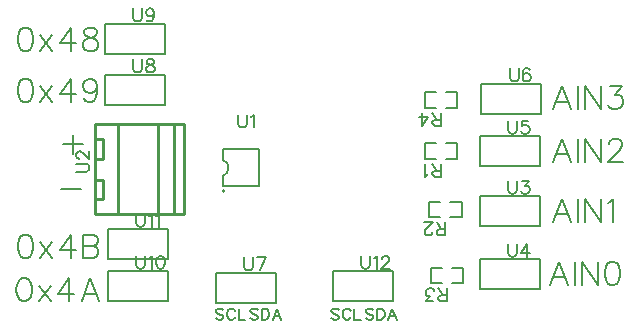
<source format=gto>
G04 Layer: TopSilkscreenLayer*
G04 EasyEDA v6.5.44, 2024-09-12 07:38:51*
G04 Gerber Generator version 0.2*
G04 Scale: 100 percent, Rotated: No, Reflected: No *
G04 Dimensions in millimeters *
G04 leading zeros omitted , absolute positions ,4 integer and 5 decimal *
%FSLAX45Y45*%
%MOMM*%

%ADD10C,0.2032*%
%ADD11C,0.1524*%
%ADD12C,0.1500*%
%ADD13C,0.2540*%
%ADD14C,0.2030*%
%ADD15C,0.2000*%
%ADD16C,0.0159*%

%LPD*%
D10*
X4645913Y9412478D02*
G01*
X4572000Y9218676D01*
X4645913Y9412478D02*
G01*
X4719827Y9218676D01*
X4599686Y9283192D02*
G01*
X4692141Y9283192D01*
X4780788Y9412478D02*
G01*
X4780788Y9218676D01*
X4841747Y9412478D02*
G01*
X4841747Y9218676D01*
X4841747Y9412478D02*
G01*
X4971034Y9218676D01*
X4971034Y9412478D02*
G01*
X4971034Y9218676D01*
X5050536Y9412478D02*
G01*
X5152136Y9412478D01*
X5096509Y9338563D01*
X5124450Y9338563D01*
X5142738Y9329420D01*
X5152136Y9320276D01*
X5161279Y9292589D01*
X5161279Y9274047D01*
X5152136Y9246362D01*
X5133593Y9227820D01*
X5105908Y9218676D01*
X5078222Y9218676D01*
X5050536Y9227820D01*
X5041138Y9236963D01*
X5031993Y9255505D01*
X4645913Y8967978D02*
G01*
X4572000Y8774176D01*
X4645913Y8967978D02*
G01*
X4719827Y8774176D01*
X4599686Y8838692D02*
G01*
X4692141Y8838692D01*
X4780788Y8967978D02*
G01*
X4780788Y8774176D01*
X4841747Y8967978D02*
G01*
X4841747Y8774176D01*
X4841747Y8967978D02*
G01*
X4971034Y8774176D01*
X4971034Y8967978D02*
G01*
X4971034Y8774176D01*
X5041138Y8921750D02*
G01*
X5041138Y8931147D01*
X5050536Y8949689D01*
X5059679Y8958834D01*
X5078222Y8967978D01*
X5115052Y8967978D01*
X5133593Y8958834D01*
X5142738Y8949689D01*
X5152136Y8931147D01*
X5152136Y8912605D01*
X5142738Y8894063D01*
X5124450Y8866378D01*
X5031993Y8774176D01*
X5161279Y8774176D01*
X4645913Y8459978D02*
G01*
X4572000Y8266176D01*
X4645913Y8459978D02*
G01*
X4719827Y8266176D01*
X4599686Y8330692D02*
G01*
X4692141Y8330692D01*
X4780788Y8459978D02*
G01*
X4780788Y8266176D01*
X4841747Y8459978D02*
G01*
X4841747Y8266176D01*
X4841747Y8459978D02*
G01*
X4971034Y8266176D01*
X4971034Y8459978D02*
G01*
X4971034Y8266176D01*
X5031993Y8423147D02*
G01*
X5050536Y8432292D01*
X5078222Y8459978D01*
X5078222Y8266176D01*
X4620513Y7926578D02*
G01*
X4546600Y7732776D01*
X4620513Y7926578D02*
G01*
X4694427Y7732776D01*
X4574286Y7797292D02*
G01*
X4666741Y7797292D01*
X4755388Y7926578D02*
G01*
X4755388Y7732776D01*
X4816347Y7926578D02*
G01*
X4816347Y7732776D01*
X4816347Y7926578D02*
G01*
X4945634Y7732776D01*
X4945634Y7926578D02*
G01*
X4945634Y7732776D01*
X5061965Y7926578D02*
G01*
X5034279Y7917434D01*
X5015738Y7889747D01*
X5006593Y7843520D01*
X5006593Y7815834D01*
X5015738Y7769605D01*
X5034279Y7741920D01*
X5061965Y7732776D01*
X5080508Y7732776D01*
X5108193Y7741920D01*
X5126736Y7769605D01*
X5135879Y7815834D01*
X5135879Y7843520D01*
X5126736Y7889747D01*
X5108193Y7917434D01*
X5080508Y7926578D01*
X5061965Y7926578D01*
X3048254Y7516876D02*
G01*
X3039109Y7525765D01*
X3025393Y7530337D01*
X3007106Y7530337D01*
X2993643Y7525765D01*
X2984500Y7516876D01*
X2984500Y7507731D01*
X2989072Y7498587D01*
X2993643Y7494015D01*
X3002788Y7489444D01*
X3029965Y7480300D01*
X3039109Y7475981D01*
X3043681Y7471410D01*
X3048254Y7462265D01*
X3048254Y7448550D01*
X3039109Y7439405D01*
X3025393Y7434834D01*
X3007106Y7434834D01*
X2993643Y7439405D01*
X2984500Y7448550D01*
X3078225Y7530337D02*
G01*
X3078225Y7434834D01*
X3078225Y7530337D02*
G01*
X3109975Y7530337D01*
X3123691Y7525765D01*
X3132581Y7516876D01*
X3137154Y7507731D01*
X3141725Y7494015D01*
X3141725Y7471410D01*
X3137154Y7457694D01*
X3132581Y7448550D01*
X3123691Y7439405D01*
X3109975Y7434834D01*
X3078225Y7434834D01*
X3208020Y7530337D02*
G01*
X3171697Y7434834D01*
X3208020Y7530337D02*
G01*
X3244595Y7434834D01*
X3185413Y7466837D02*
G01*
X3230879Y7466837D01*
X93471Y9907778D02*
G01*
X65786Y9898634D01*
X47244Y9870947D01*
X38100Y9824720D01*
X38100Y9797034D01*
X47244Y9750805D01*
X65786Y9723120D01*
X93471Y9713976D01*
X112013Y9713976D01*
X139700Y9723120D01*
X158242Y9750805D01*
X167386Y9797034D01*
X167386Y9824720D01*
X158242Y9870947D01*
X139700Y9898634D01*
X112013Y9907778D01*
X93471Y9907778D01*
X228345Y9843262D02*
G01*
X329945Y9713976D01*
X329945Y9843262D02*
G01*
X228345Y9713976D01*
X483362Y9907778D02*
G01*
X390905Y9778492D01*
X529589Y9778492D01*
X483362Y9907778D02*
G01*
X483362Y9713976D01*
X636523Y9907778D02*
G01*
X608837Y9898634D01*
X599694Y9880092D01*
X599694Y9861550D01*
X608837Y9843262D01*
X627379Y9833863D01*
X664210Y9824720D01*
X692150Y9815576D01*
X710437Y9797034D01*
X719836Y9778492D01*
X719836Y9750805D01*
X710437Y9732263D01*
X701294Y9723120D01*
X673607Y9713976D01*
X636523Y9713976D01*
X608837Y9723120D01*
X599694Y9732263D01*
X590550Y9750805D01*
X590550Y9778492D01*
X599694Y9797034D01*
X618236Y9815576D01*
X645921Y9824720D01*
X682752Y9833863D01*
X701294Y9843262D01*
X710437Y9861550D01*
X710437Y9880092D01*
X701294Y9898634D01*
X673607Y9907778D01*
X636523Y9907778D01*
X93471Y9475978D02*
G01*
X65786Y9466834D01*
X47244Y9439147D01*
X38100Y9392920D01*
X38100Y9365234D01*
X47244Y9319005D01*
X65786Y9291320D01*
X93471Y9282176D01*
X112013Y9282176D01*
X139700Y9291320D01*
X158242Y9319005D01*
X167386Y9365234D01*
X167386Y9392920D01*
X158242Y9439147D01*
X139700Y9466834D01*
X112013Y9475978D01*
X93471Y9475978D01*
X228345Y9411462D02*
G01*
X329945Y9282176D01*
X329945Y9411462D02*
G01*
X228345Y9282176D01*
X483362Y9475978D02*
G01*
X390905Y9346692D01*
X529589Y9346692D01*
X483362Y9475978D02*
G01*
X483362Y9282176D01*
X710437Y9411462D02*
G01*
X701294Y9383776D01*
X682752Y9365234D01*
X655065Y9356089D01*
X645921Y9356089D01*
X618236Y9365234D01*
X599694Y9383776D01*
X590550Y9411462D01*
X590550Y9420605D01*
X599694Y9448292D01*
X618236Y9466834D01*
X645921Y9475978D01*
X655065Y9475978D01*
X682752Y9466834D01*
X701294Y9448292D01*
X710437Y9411462D01*
X710437Y9365234D01*
X701294Y9319005D01*
X682752Y9291320D01*
X655065Y9282176D01*
X636523Y9282176D01*
X608837Y9291320D01*
X599694Y9309862D01*
X93471Y8155178D02*
G01*
X65786Y8146034D01*
X47244Y8118347D01*
X38100Y8072120D01*
X38100Y8044434D01*
X47244Y7998205D01*
X65786Y7970520D01*
X93471Y7961376D01*
X112013Y7961376D01*
X139700Y7970520D01*
X158242Y7998205D01*
X167386Y8044434D01*
X167386Y8072120D01*
X158242Y8118347D01*
X139700Y8146034D01*
X112013Y8155178D01*
X93471Y8155178D01*
X228345Y8090662D02*
G01*
X329945Y7961376D01*
X329945Y8090662D02*
G01*
X228345Y7961376D01*
X483362Y8155178D02*
G01*
X390905Y8025892D01*
X529589Y8025892D01*
X483362Y8155178D02*
G01*
X483362Y7961376D01*
X590550Y8155178D02*
G01*
X590550Y7961376D01*
X590550Y8155178D02*
G01*
X673607Y8155178D01*
X701294Y8146034D01*
X710437Y8136889D01*
X719836Y8118347D01*
X719836Y8099805D01*
X710437Y8081263D01*
X701294Y8072120D01*
X673607Y8062976D01*
X590550Y8062976D02*
G01*
X673607Y8062976D01*
X701294Y8053578D01*
X710437Y8044434D01*
X719836Y8025892D01*
X719836Y7998205D01*
X710437Y7979663D01*
X701294Y7970520D01*
X673607Y7961376D01*
X590550Y7961376D01*
X80771Y7786878D02*
G01*
X53086Y7777734D01*
X34544Y7750047D01*
X25400Y7703820D01*
X25400Y7676134D01*
X34544Y7629905D01*
X53086Y7602220D01*
X80771Y7593076D01*
X99313Y7593076D01*
X127000Y7602220D01*
X145542Y7629905D01*
X154686Y7676134D01*
X154686Y7703820D01*
X145542Y7750047D01*
X127000Y7777734D01*
X99313Y7786878D01*
X80771Y7786878D01*
X215645Y7722362D02*
G01*
X317245Y7593076D01*
X317245Y7722362D02*
G01*
X215645Y7593076D01*
X470662Y7786878D02*
G01*
X378205Y7657592D01*
X516889Y7657592D01*
X470662Y7786878D02*
G01*
X470662Y7593076D01*
X651510Y7786878D02*
G01*
X577850Y7593076D01*
X651510Y7786878D02*
G01*
X725423Y7593076D01*
X605536Y7657592D02*
G01*
X697737Y7657592D01*
X406400Y8539734D02*
G01*
X572770Y8539734D01*
X502157Y9003792D02*
G01*
X502157Y8837676D01*
X419100Y8920734D02*
G01*
X585470Y8920734D01*
X2756154Y7516876D02*
G01*
X2747009Y7525765D01*
X2733293Y7530337D01*
X2715006Y7530337D01*
X2701543Y7525765D01*
X2692400Y7516876D01*
X2692400Y7507731D01*
X2696972Y7498587D01*
X2701543Y7494015D01*
X2710688Y7489444D01*
X2737865Y7480300D01*
X2747009Y7475981D01*
X2751581Y7471410D01*
X2756154Y7462265D01*
X2756154Y7448550D01*
X2747009Y7439405D01*
X2733293Y7434834D01*
X2715006Y7434834D01*
X2701543Y7439405D01*
X2692400Y7448550D01*
X2854197Y7507731D02*
G01*
X2849625Y7516876D01*
X2840481Y7525765D01*
X2831591Y7530337D01*
X2813304Y7530337D01*
X2804159Y7525765D01*
X2795015Y7516876D01*
X2790697Y7507731D01*
X2786125Y7494015D01*
X2786125Y7471410D01*
X2790697Y7457694D01*
X2795015Y7448550D01*
X2804159Y7439405D01*
X2813304Y7434834D01*
X2831591Y7434834D01*
X2840481Y7439405D01*
X2849625Y7448550D01*
X2854197Y7457694D01*
X2884170Y7530337D02*
G01*
X2884170Y7434834D01*
X2884170Y7434834D02*
G01*
X2938779Y7434834D01*
X1778254Y7516876D02*
G01*
X1769110Y7525765D01*
X1755394Y7530337D01*
X1737105Y7530337D01*
X1723644Y7525765D01*
X1714500Y7516876D01*
X1714500Y7507731D01*
X1719071Y7498587D01*
X1723644Y7494015D01*
X1732787Y7489444D01*
X1759965Y7480300D01*
X1769110Y7475981D01*
X1773681Y7471410D01*
X1778254Y7462265D01*
X1778254Y7448550D01*
X1769110Y7439405D01*
X1755394Y7434834D01*
X1737105Y7434834D01*
X1723644Y7439405D01*
X1714500Y7448550D01*
X1876297Y7507731D02*
G01*
X1871726Y7516876D01*
X1862581Y7525765D01*
X1853692Y7530337D01*
X1835404Y7530337D01*
X1826260Y7525765D01*
X1817115Y7516876D01*
X1812797Y7507731D01*
X1808226Y7494015D01*
X1808226Y7471410D01*
X1812797Y7457694D01*
X1817115Y7448550D01*
X1826260Y7439405D01*
X1835404Y7434834D01*
X1853692Y7434834D01*
X1862581Y7439405D01*
X1871726Y7448550D01*
X1876297Y7457694D01*
X1906270Y7530337D02*
G01*
X1906270Y7434834D01*
X1906270Y7434834D02*
G01*
X1960879Y7434834D01*
X2070354Y7516876D02*
G01*
X2061209Y7525765D01*
X2047493Y7530337D01*
X2029206Y7530337D01*
X2015743Y7525765D01*
X2006600Y7516876D01*
X2006600Y7507731D01*
X2011172Y7498587D01*
X2015743Y7494015D01*
X2024888Y7489444D01*
X2052065Y7480300D01*
X2061209Y7475981D01*
X2065781Y7471410D01*
X2070354Y7462265D01*
X2070354Y7448550D01*
X2061209Y7439405D01*
X2047493Y7434834D01*
X2029206Y7434834D01*
X2015743Y7439405D01*
X2006600Y7448550D01*
X2100325Y7530337D02*
G01*
X2100325Y7434834D01*
X2100325Y7530337D02*
G01*
X2132075Y7530337D01*
X2145791Y7525765D01*
X2154681Y7516876D01*
X2159254Y7507731D01*
X2163825Y7494015D01*
X2163825Y7471410D01*
X2159254Y7457694D01*
X2154681Y7448550D01*
X2145791Y7439405D01*
X2132075Y7434834D01*
X2100325Y7434834D01*
X2230120Y7530337D02*
G01*
X2193797Y7434834D01*
X2230120Y7530337D02*
G01*
X2266695Y7434834D01*
X2207513Y7466837D02*
G01*
X2252979Y7466837D01*
D11*
X3619500Y8647684D02*
G01*
X3619500Y8756650D01*
X3619500Y8647684D02*
G01*
X3572763Y8647684D01*
X3557270Y8652763D01*
X3551936Y8658097D01*
X3546856Y8668512D01*
X3546856Y8678926D01*
X3551936Y8689339D01*
X3557270Y8694420D01*
X3572763Y8699500D01*
X3619500Y8699500D01*
X3583177Y8699500D02*
G01*
X3546856Y8756650D01*
X3512565Y8668512D02*
G01*
X3502152Y8663178D01*
X3486404Y8647684D01*
X3486404Y8756650D01*
X3657600Y8152384D02*
G01*
X3657600Y8261350D01*
X3657600Y8152384D02*
G01*
X3610863Y8152384D01*
X3595370Y8157463D01*
X3590036Y8162797D01*
X3584956Y8173212D01*
X3584956Y8183626D01*
X3590036Y8194039D01*
X3595370Y8199120D01*
X3610863Y8204200D01*
X3657600Y8204200D01*
X3621277Y8204200D02*
G01*
X3584956Y8261350D01*
X3545331Y8178292D02*
G01*
X3545331Y8173212D01*
X3540252Y8162797D01*
X3534918Y8157463D01*
X3524504Y8152384D01*
X3503929Y8152384D01*
X3493515Y8157463D01*
X3488181Y8162797D01*
X3483102Y8173212D01*
X3483102Y8183626D01*
X3488181Y8194039D01*
X3498595Y8209534D01*
X3550665Y8261350D01*
X3477768Y8261350D01*
X3670300Y7593584D02*
G01*
X3670300Y7702550D01*
X3670300Y7593584D02*
G01*
X3623563Y7593584D01*
X3608070Y7598663D01*
X3602736Y7603997D01*
X3597656Y7614412D01*
X3597656Y7624826D01*
X3602736Y7635239D01*
X3608070Y7640320D01*
X3623563Y7645400D01*
X3670300Y7645400D01*
X3633977Y7645400D02*
G01*
X3597656Y7702550D01*
X3552952Y7593584D02*
G01*
X3495802Y7593584D01*
X3526790Y7635239D01*
X3511295Y7635239D01*
X3500881Y7640320D01*
X3495802Y7645400D01*
X3490468Y7661147D01*
X3490468Y7671562D01*
X3495802Y7687055D01*
X3506215Y7697470D01*
X3521709Y7702550D01*
X3537204Y7702550D01*
X3552952Y7697470D01*
X3558031Y7692389D01*
X3563365Y7681976D01*
X3619500Y9079484D02*
G01*
X3619500Y9188450D01*
X3619500Y9079484D02*
G01*
X3572763Y9079484D01*
X3557270Y9084563D01*
X3551936Y9089897D01*
X3546856Y9100312D01*
X3546856Y9110726D01*
X3551936Y9121139D01*
X3557270Y9126220D01*
X3572763Y9131300D01*
X3619500Y9131300D01*
X3583177Y9131300D02*
G01*
X3546856Y9188450D01*
X3460495Y9079484D02*
G01*
X3512565Y9152128D01*
X3434588Y9152128D01*
X3460495Y9079484D02*
G01*
X3460495Y9188450D01*
X1904758Y9173667D02*
G01*
X1904758Y9095689D01*
X1909838Y9080195D01*
X1920252Y9069781D01*
X1936000Y9064701D01*
X1946414Y9064701D01*
X1961908Y9069781D01*
X1972322Y9080195D01*
X1977402Y9095689D01*
X1977402Y9173667D01*
X2011692Y9152839D02*
G01*
X2022106Y9158173D01*
X2037854Y9173667D01*
X2037854Y9064701D01*
X532384Y8686800D02*
G01*
X610362Y8686800D01*
X625855Y8691879D01*
X636270Y8702294D01*
X641350Y8718042D01*
X641350Y8728455D01*
X636270Y8743950D01*
X625855Y8754363D01*
X610362Y8759444D01*
X532384Y8759444D01*
X558292Y8799068D02*
G01*
X553212Y8799068D01*
X542797Y8804147D01*
X537463Y8809481D01*
X532384Y8819895D01*
X532384Y8840470D01*
X537463Y8850884D01*
X542797Y8856218D01*
X553212Y8861297D01*
X563626Y8861297D01*
X574039Y8856218D01*
X589534Y8845804D01*
X641350Y8793734D01*
X641350Y8866631D01*
X4191000Y8611615D02*
G01*
X4191000Y8533637D01*
X4196079Y8518144D01*
X4206493Y8507729D01*
X4222241Y8502650D01*
X4232656Y8502650D01*
X4248150Y8507729D01*
X4258563Y8518144D01*
X4263643Y8533637D01*
X4263643Y8611615D01*
X4308347Y8611615D02*
G01*
X4365497Y8611615D01*
X4334509Y8569960D01*
X4350004Y8569960D01*
X4360418Y8564879D01*
X4365497Y8559800D01*
X4370831Y8544052D01*
X4370831Y8533637D01*
X4365497Y8518144D01*
X4355084Y8507729D01*
X4339590Y8502650D01*
X4324095Y8502650D01*
X4308347Y8507729D01*
X4303268Y8512810D01*
X4297934Y8523224D01*
X4191000Y8078215D02*
G01*
X4191000Y8000237D01*
X4196079Y7984744D01*
X4206493Y7974329D01*
X4222241Y7969250D01*
X4232656Y7969250D01*
X4248150Y7974329D01*
X4258563Y7984744D01*
X4263643Y8000237D01*
X4263643Y8078215D01*
X4350004Y8078215D02*
G01*
X4297934Y8005571D01*
X4375911Y8005571D01*
X4350004Y8078215D02*
G01*
X4350004Y7969250D01*
X4191000Y9119615D02*
G01*
X4191000Y9041637D01*
X4196079Y9026144D01*
X4206493Y9015729D01*
X4222241Y9010650D01*
X4232656Y9010650D01*
X4248150Y9015729D01*
X4258563Y9026144D01*
X4263643Y9041637D01*
X4263643Y9119615D01*
X4360418Y9119615D02*
G01*
X4308347Y9119615D01*
X4303268Y9072879D01*
X4308347Y9077960D01*
X4324095Y9083294D01*
X4339590Y9083294D01*
X4355084Y9077960D01*
X4365497Y9067800D01*
X4370831Y9052052D01*
X4370831Y9041637D01*
X4365497Y9026144D01*
X4355084Y9015729D01*
X4339590Y9010650D01*
X4324095Y9010650D01*
X4308347Y9015729D01*
X4303268Y9020810D01*
X4297934Y9031224D01*
X4203700Y9564115D02*
G01*
X4203700Y9486137D01*
X4208779Y9470644D01*
X4219193Y9460229D01*
X4234941Y9455150D01*
X4245356Y9455150D01*
X4260850Y9460229D01*
X4271263Y9470644D01*
X4276343Y9486137D01*
X4276343Y9564115D01*
X4373118Y9548621D02*
G01*
X4367784Y9559036D01*
X4352290Y9564115D01*
X4341875Y9564115D01*
X4326381Y9559036D01*
X4315968Y9543287D01*
X4310634Y9517379D01*
X4310634Y9491471D01*
X4315968Y9470644D01*
X4326381Y9460229D01*
X4341875Y9455150D01*
X4347209Y9455150D01*
X4362704Y9460229D01*
X4373118Y9470644D01*
X4378197Y9486137D01*
X4378197Y9491471D01*
X4373118Y9506965D01*
X4362704Y9517379D01*
X4347209Y9522460D01*
X4341875Y9522460D01*
X4326381Y9517379D01*
X4315968Y9506965D01*
X4310634Y9491471D01*
X1955800Y7963915D02*
G01*
X1955800Y7885937D01*
X1960879Y7870444D01*
X1971293Y7860029D01*
X1987041Y7854950D01*
X1997456Y7854950D01*
X2012950Y7860029D01*
X2023363Y7870444D01*
X2028443Y7885937D01*
X2028443Y7963915D01*
X2135631Y7963915D02*
G01*
X2083561Y7854950D01*
X2062734Y7963915D02*
G01*
X2135631Y7963915D01*
X1016000Y9640315D02*
G01*
X1016000Y9562337D01*
X1021079Y9546844D01*
X1031494Y9536429D01*
X1047242Y9531350D01*
X1057655Y9531350D01*
X1073150Y9536429D01*
X1083563Y9546844D01*
X1088644Y9562337D01*
X1088644Y9640315D01*
X1149095Y9640315D02*
G01*
X1133347Y9635236D01*
X1128268Y9624821D01*
X1128268Y9614408D01*
X1133347Y9603994D01*
X1143762Y9598660D01*
X1164589Y9593579D01*
X1180084Y9588500D01*
X1190497Y9578086D01*
X1195831Y9567671D01*
X1195831Y9551924D01*
X1190497Y9541510D01*
X1185418Y9536429D01*
X1169670Y9531350D01*
X1149095Y9531350D01*
X1133347Y9536429D01*
X1128268Y9541510D01*
X1122934Y9551924D01*
X1122934Y9567671D01*
X1128268Y9578086D01*
X1138681Y9588500D01*
X1154176Y9593579D01*
X1175004Y9598660D01*
X1185418Y9603994D01*
X1190497Y9614408D01*
X1190497Y9624821D01*
X1185418Y9635236D01*
X1169670Y9640315D01*
X1149095Y9640315D01*
X1016000Y10072115D02*
G01*
X1016000Y9994137D01*
X1021079Y9978644D01*
X1031494Y9968229D01*
X1047242Y9963150D01*
X1057655Y9963150D01*
X1073150Y9968229D01*
X1083563Y9978644D01*
X1088644Y9994137D01*
X1088644Y10072115D01*
X1190497Y10035794D02*
G01*
X1185418Y10020300D01*
X1175004Y10009886D01*
X1159510Y10004552D01*
X1154176Y10004552D01*
X1138681Y10009886D01*
X1128268Y10020300D01*
X1122934Y10035794D01*
X1122934Y10040874D01*
X1128268Y10056621D01*
X1138681Y10067036D01*
X1154176Y10072115D01*
X1159510Y10072115D01*
X1175004Y10067036D01*
X1185418Y10056621D01*
X1190497Y10035794D01*
X1190497Y10009886D01*
X1185418Y9983724D01*
X1175004Y9968229D01*
X1159510Y9963150D01*
X1149095Y9963150D01*
X1133347Y9968229D01*
X1128268Y9978644D01*
X1041400Y7976615D02*
G01*
X1041400Y7898637D01*
X1046479Y7883144D01*
X1056894Y7872729D01*
X1072642Y7867650D01*
X1083055Y7867650D01*
X1098550Y7872729D01*
X1108963Y7883144D01*
X1114044Y7898637D01*
X1114044Y7976615D01*
X1148334Y7955787D02*
G01*
X1158747Y7961121D01*
X1174495Y7976615D01*
X1174495Y7867650D01*
X1239773Y7976615D02*
G01*
X1224279Y7971536D01*
X1213865Y7955787D01*
X1208786Y7929879D01*
X1208786Y7914386D01*
X1213865Y7888223D01*
X1224279Y7872729D01*
X1239773Y7867650D01*
X1250187Y7867650D01*
X1265936Y7872729D01*
X1276350Y7888223D01*
X1281429Y7914386D01*
X1281429Y7929879D01*
X1276350Y7955787D01*
X1265936Y7971536D01*
X1250187Y7976615D01*
X1239773Y7976615D01*
X1041400Y8332215D02*
G01*
X1041400Y8254237D01*
X1046479Y8238744D01*
X1056894Y8228329D01*
X1072642Y8223250D01*
X1083055Y8223250D01*
X1098550Y8228329D01*
X1108963Y8238744D01*
X1114044Y8254237D01*
X1114044Y8332215D01*
X1148334Y8311387D02*
G01*
X1158747Y8316721D01*
X1174495Y8332215D01*
X1174495Y8223250D01*
X1208786Y8311387D02*
G01*
X1219200Y8316721D01*
X1234694Y8332215D01*
X1234694Y8223250D01*
X2946400Y7976615D02*
G01*
X2946400Y7898637D01*
X2951479Y7883144D01*
X2961893Y7872729D01*
X2977641Y7867650D01*
X2988056Y7867650D01*
X3003550Y7872729D01*
X3013963Y7883144D01*
X3019043Y7898637D01*
X3019043Y7976615D01*
X3053334Y7955787D02*
G01*
X3063747Y7961121D01*
X3079495Y7976615D01*
X3079495Y7867650D01*
X3118865Y7950708D02*
G01*
X3118865Y7955787D01*
X3124200Y7966202D01*
X3129279Y7971536D01*
X3139693Y7976615D01*
X3160522Y7976615D01*
X3170936Y7971536D01*
X3176015Y7966202D01*
X3181350Y7955787D01*
X3181350Y7945373D01*
X3176015Y7934960D01*
X3165602Y7919465D01*
X3113786Y7867650D01*
X3186429Y7867650D01*
X3576878Y8930660D02*
G01*
X3480991Y8930660D01*
X3480991Y8798539D01*
X3576878Y8798539D01*
X3662121Y8930660D02*
G01*
X3758008Y8930660D01*
X3758008Y8798539D01*
X3662121Y8798539D01*
X3614978Y8435360D02*
G01*
X3519091Y8435360D01*
X3519091Y8303239D01*
X3614978Y8303239D01*
X3700221Y8435360D02*
G01*
X3796108Y8435360D01*
X3796108Y8303239D01*
X3700221Y8303239D01*
X3627678Y7876560D02*
G01*
X3531791Y7876560D01*
X3531791Y7744439D01*
X3627678Y7744439D01*
X3712921Y7876560D02*
G01*
X3808808Y7876560D01*
X3808808Y7744439D01*
X3712921Y7744439D01*
X3576878Y9362460D02*
G01*
X3480991Y9362460D01*
X3480991Y9230339D01*
X3576878Y9230339D01*
X3662121Y9362460D02*
G01*
X3758008Y9362460D01*
X3758008Y9230339D01*
X3662121Y9230339D01*
D12*
X1772551Y8878552D02*
G01*
X2082558Y8878552D01*
X2082558Y8568545D02*
G01*
X2082558Y8878552D01*
X1772551Y8568672D02*
G01*
X2082558Y8568672D01*
X1770138Y8878552D02*
G01*
X1770138Y8794732D01*
X1770138Y8652492D02*
G01*
X1770138Y8568672D01*
D13*
X1444096Y9093200D02*
G01*
X694098Y9093200D01*
X1444096Y8331200D02*
G01*
X694098Y8331200D01*
X1444096Y9093200D02*
G01*
X1444096Y8331200D01*
X694098Y9093200D02*
G01*
X694098Y8331200D01*
X694098Y8460592D02*
G01*
X762000Y8460592D01*
X762000Y8623300D01*
X694098Y8623300D01*
X694098Y8801140D02*
G01*
X762000Y8801140D01*
X762000Y8966200D01*
X694098Y8966200D01*
X888946Y8331200D02*
G01*
X888946Y9093200D01*
X1228217Y8331200D02*
G01*
X1228217Y9093200D01*
X1358900Y8343900D02*
G01*
X1358900Y9093200D01*
D10*
X4457700Y8483600D02*
G01*
X4457700Y8229600D01*
X3949700Y8229600D01*
X3949700Y8483600D01*
X4140200Y8483600D01*
D14*
X4457700Y8483600D02*
G01*
X4140200Y8483600D01*
D10*
X4457700Y7950200D02*
G01*
X4457700Y7696200D01*
X3949700Y7696200D01*
X3949700Y7950200D01*
X4140200Y7950200D01*
D14*
X4457700Y7950200D02*
G01*
X4140200Y7950200D01*
D10*
X4457700Y8991600D02*
G01*
X4457700Y8737600D01*
X3949700Y8737600D01*
X3949700Y8991600D01*
X4140200Y8991600D01*
D14*
X4457700Y8991600D02*
G01*
X4140200Y8991600D01*
D10*
X4470400Y9436100D02*
G01*
X4470400Y9182100D01*
X3962400Y9182100D01*
X3962400Y9436100D01*
X4152900Y9436100D01*
D14*
X4470400Y9436100D02*
G01*
X4152900Y9436100D01*
D10*
X2222500Y7835900D02*
G01*
X2222500Y7581900D01*
X1714500Y7581900D01*
X1714500Y7835900D01*
X1905000Y7835900D01*
D14*
X2222500Y7835900D02*
G01*
X1905000Y7835900D01*
D10*
X1282700Y9512300D02*
G01*
X1282700Y9258300D01*
X774700Y9258300D01*
X774700Y9512300D01*
X965200Y9512300D01*
D14*
X1282700Y9512300D02*
G01*
X965200Y9512300D01*
D10*
X1282700Y9944100D02*
G01*
X1282700Y9690100D01*
X774700Y9690100D01*
X774700Y9944100D01*
X965200Y9944100D01*
D14*
X1282700Y9944100D02*
G01*
X965200Y9944100D01*
D10*
X1308100Y7848600D02*
G01*
X1308100Y7594600D01*
X800100Y7594600D01*
X800100Y7848600D01*
X990600Y7848600D01*
D14*
X1308100Y7848600D02*
G01*
X990600Y7848600D01*
D10*
X1308100Y8204200D02*
G01*
X1308100Y7950200D01*
X800100Y7950200D01*
X800100Y8204200D01*
X990600Y8204200D01*
D14*
X1308100Y8204200D02*
G01*
X990600Y8204200D01*
D10*
X3213100Y7848600D02*
G01*
X3213100Y7594600D01*
X2705100Y7594600D01*
X2705100Y7848600D01*
X2895600Y7848600D01*
D14*
X3213100Y7848600D02*
G01*
X2895600Y7848600D01*
D12*
G75*
G01*
X1770139Y8792192D02*
G02*
X1770139Y8652492I-21730J-69850D01*
D15*
G75*
G01
X1788033Y8526780D02*
G03X1788033Y8526780I-10008J0D01*
M02*

</source>
